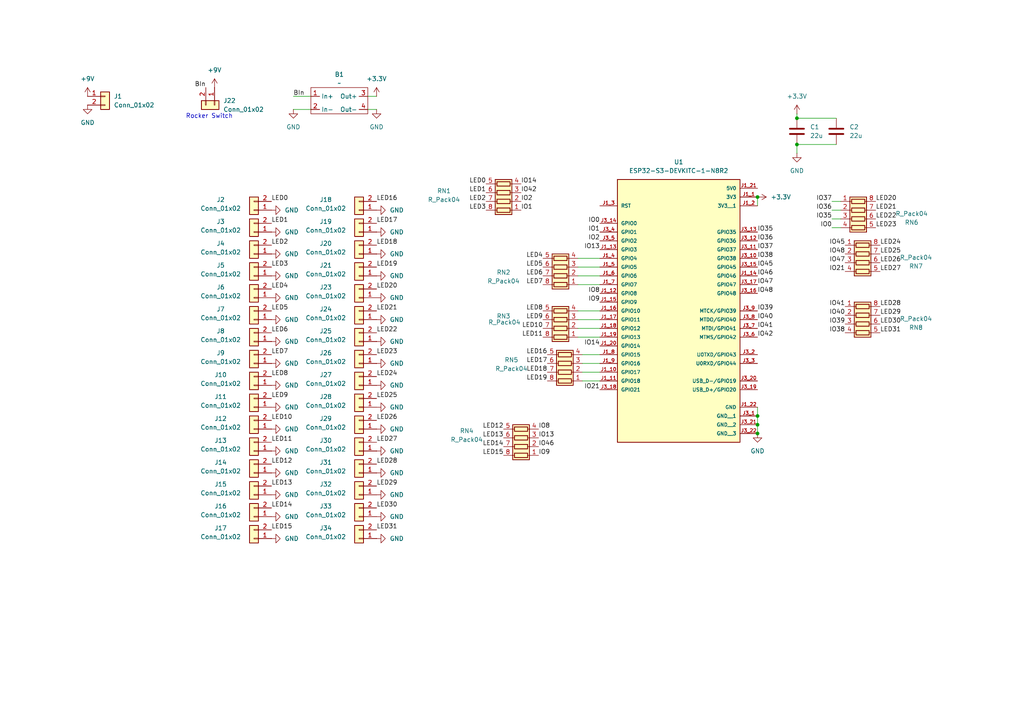
<source format=kicad_sch>
(kicad_sch (version 20250114) (generator "eeschema") (generator_version "9.0")
  (paper "A4")
  (title_block (title "IPRL Sign LED Controller") (date "2025-04-21") (rev "v1") (company "Imperial Planetary Robotics lab"))
  (lib_symbols
    (symbol "Connector_Generic:Conn_01x02" (pin_names (offset 1.016) (hide yes))
      (property "Reference" "J" (at 0 2.54 0))
      (property "Value" "Conn_01x02" (at 0 -5.08 0))
      (symbol "Conn_01x02_1_1"
        (rectangle (start -1.27 1.27) (end 1.27 -3.81) (stroke (width 0.254)) (fill (type background)))
        (rectangle (start -1.27 0.127) (end 0 -0.127) (stroke (width 0.1524)))
        (rectangle (start -1.27 -2.413) (end 0 -2.667) (stroke (width 0.1524)))
        (pin passive line (at -5.08 0 0) (length 3.81) (name "Pin_1") (number "1"))
        (pin passive line (at -5.08 -2.54 0) (length 3.81) (name "Pin_2") (number "2"))
      )
    )
    (symbol "Device:C" (pin_numbers (hide yes)) (pin_names (offset 0.254))
      (property "Reference" "C" (at 0.635 2.54 0))
      (property "Value" "C" (at 0.635 -2.54 0))
      (symbol "C_0_1"
        (polyline (pts (xy -2.032 0.762) (xy 2.032 0.762)) (stroke (width 0.508)))
        (polyline (pts (xy -2.032 -0.762) (xy 2.032 -0.762)) (stroke (width 0.508)))
      )
      (symbol "C_1_1"
        (pin passive line (at 0 3.81 270) (length 2.794) (name "~") (number "1"))
        (pin passive line (at 0 -3.81 90) (length 2.794) (name "~") (number "2"))
      )
    )
    (symbol "Device:R_Pack04" (pin_names (offset 0) (hide yes))
      (property "Reference" "RN" (at -7.62 0 90))
      (property "Value" "R_Pack04" (at 5.08 0 90))
      (symbol "R_Pack04_0_1"
        (rectangle (start -6.35 -2.413) (end 3.81 2.413) (stroke (width 0.254)) (fill (type background)))
        (rectangle (start -5.715 1.905) (end -4.445 -1.905) (stroke (width 0.254)))
        (polyline (pts (xy -5.08 1.905) (xy -5.08 2.54)))
        (polyline (pts (xy -5.08 -2.54) (xy -5.08 -1.905)))
        (rectangle (start -3.175 1.905) (end -1.905 -1.905) (stroke (width 0.254)))
        (polyline (pts (xy -2.54 1.905) (xy -2.54 2.54)))
        (polyline (pts (xy -2.54 -2.54) (xy -2.54 -1.905)))
        (rectangle (start -0.635 1.905) (end 0.635 -1.905) (stroke (width 0.254)))
        (polyline (pts (xy 0 1.905) (xy 0 2.54)))
        (polyline (pts (xy 0 -2.54) (xy 0 -1.905)))
        (rectangle (start 1.905 1.905) (end 3.175 -1.905) (stroke (width 0.254)))
        (polyline (pts (xy 2.54 1.905) (xy 2.54 2.54)))
        (polyline (pts (xy 2.54 -2.54) (xy 2.54 -1.905)))
      )
      (symbol "R_Pack04_1_1"
        (pin passive line (at -5.08 5.08 270) (length 2.54) (name "R1.2") (number "8"))
        (pin passive line (at -5.08 -5.08 90) (length 2.54) (name "R1.1") (number "1"))
        (pin passive line (at -2.54 5.08 270) (length 2.54) (name "R2.2") (number "7"))
        (pin passive line (at -2.54 -5.08 90) (length 2.54) (name "R2.1") (number "2"))
        (pin passive line (at 0 5.08 270) (length 2.54) (name "R3.2") (number "6"))
        (pin passive line (at 0 -5.08 90) (length 2.54) (name "R3.1") (number "3"))
        (pin passive line (at 2.54 5.08 270) (length 2.54) (name "R4.2") (number "5"))
        (pin passive line (at 2.54 -5.08 90) (length 2.54) (name "R4.1") (number "4"))
      )
    )
    (symbol "ESP32-S3-DEVKITC-1-N8R2:ESP32-S3-DEVKITC-1-N8R2" (pin_names (offset 1.016))
      (property "Reference" "U" (at -17.78 35.56 0))
      (property "Value" "ESP32-S3-DEVKITC-1-N8R2" (at -17.78 -45.72 0))
      (symbol "ESP32-S3-DEVKITC-1-N8R2_0_0"
        (rectangle (start -17.78 -43.18) (end 17.78 33.02) (stroke (width 0.254)) (fill (type background)))
        (pin input line (at -22.86 25.4 0) (length 5.08) (name "RST") (number "J1_3"))
        (pin bidirectional line (at -22.86 20.32 0) (length 5.08) (name "GPIO0") (number "J3_14"))
        (pin bidirectional line (at -22.86 17.78 0) (length 5.08) (name "GPIO1") (number "J3_4"))
        (pin bidirectional line (at -22.86 15.24 0) (length 5.08) (name "GPIO2") (number "J3_5"))
        (pin bidirectional line (at -22.86 12.7 0) (length 5.08) (name "GPIO3") (number "J1_13"))
        (pin bidirectional line (at -22.86 10.16 0) (length 5.08) (name "GPIO4") (number "J1_4"))
        (pin bidirectional line (at -22.86 7.62 0) (length 5.08) (name "GPIO5") (number "J1_5"))
        (pin bidirectional line (at -22.86 5.08 0) (length 5.08) (name "GPIO6") (number "J1_6"))
        (pin bidirectional line (at -22.86 2.54 0) (length 5.08) (name "GPIO7") (number "J1_7"))
        (pin bidirectional line (at -22.86 0 0) (length 5.08) (name "GPIO8") (number "J1_12"))
        (pin bidirectional line (at -22.86 -2.54 0) (length 5.08) (name "GPIO9") (number "J1_15"))
        (pin bidirectional line (at -22.86 -5.08 0) (length 5.08) (name "GPIO10") (number "J1_16"))
        (pin bidirectional line (at -22.86 -7.62 0) (length 5.08) (name "GPIO11") (number "J1_17"))
        (pin bidirectional line (at -22.86 -10.16 0) (length 5.08) (name "GPIO12") (number "J1_18"))
        (pin bidirectional line (at -22.86 -12.7 0) (length 5.08) (name "GPIO13") (number "J1_19"))
        (pin bidirectional line (at -22.86 -15.24 0) (length 5.08) (name "GPIO14") (number "J1_20"))
        (pin bidirectional line (at -22.86 -17.78 0) (length 5.08) (name "GPIO15") (number "J1_8"))
        (pin bidirectional line (at -22.86 -20.32 0) (length 5.08) (name "GPIO16") (number "J1_9"))
        (pin bidirectional line (at -22.86 -22.86 0) (length 5.08) (name "GPIO17") (number "J1_10"))
        (pin bidirectional line (at -22.86 -25.4 0) (length 5.08) (name "GPIO18") (number "J1_11"))
        (pin bidirectional line (at -22.86 -27.94 0) (length 5.08) (name "GPIO21") (number "J3_18"))
        (pin power_in line (at 22.86 30.48 180) (length 5.08) (name "5V0") (number "J1_21"))
        (pin power_in line (at 22.86 27.94 180) (length 5.08) (name "3V3") (number "J1_1"))
        (pin power_in line (at 22.86 25.4 180) (length 5.08) (name "3V3__1") (number "J1_2"))
        (pin bidirectional line (at 22.86 17.78 180) (length 5.08) (name "GPIO35") (number "J3_13"))
        (pin bidirectional line (at 22.86 15.24 180) (length 5.08) (name "GPIO36") (number "J3_12"))
        (pin bidirectional line (at 22.86 12.7 180) (length 5.08) (name "GPIO37") (number "J3_11"))
        (pin bidirectional line (at 22.86 10.16 180) (length 5.08) (name "GPIO38") (number "J3_10"))
        (pin bidirectional line (at 22.86 7.62 180) (length 5.08) (name "GPIO45") (number "J3_15"))
        (pin bidirectional line (at 22.86 5.08 180) (length 5.08) (name "GPIO46") (number "J1_14"))
        (pin bidirectional line (at 22.86 2.54 180) (length 5.08) (name "GPIO47") (number "J3_17"))
        (pin bidirectional line (at 22.86 0 180) (length 5.08) (name "GPIO48") (number "J3_16"))
        (pin bidirectional line (at 22.86 -5.08 180) (length 5.08) (name "MTCK/GPIO39") (number "J3_9"))
        (pin bidirectional line (at 22.86 -7.62 180) (length 5.08) (name "MTDO/GPIO40") (number "J3_8"))
        (pin bidirectional line (at 22.86 -10.16 180) (length 5.08) (name "MTDI/GPIO41") (number "J3_7"))
        (pin bidirectional line (at 22.86 -12.7 180) (length 5.08) (name "MTMS/GPIO42") (number "J3_6"))
        (pin bidirectional line (at 22.86 -17.78 180) (length 5.08) (name "U0TXD/GPIO43") (number "J3_2"))
        (pin bidirectional line (at 22.86 -20.32 180) (length 5.08) (name "U0RXD/GPIO44") (number "J3_3"))
        (pin bidirectional line (at 22.86 -25.4 180) (length 5.08) (name "USB_D-/GPIO19") (number "J3_20"))
        (pin bidirectional line (at 22.86 -27.94 180) (length 5.08) (name "USB_D+/GPIO20") (number "J3_19"))
        (pin power_in line (at 22.86 -33.02 180) (length 5.08) (name "GND") (number "J1_22"))
        (pin power_in line (at 22.86 -35.56 180) (length 5.08) (name "GND__1") (number "J3_1"))
        (pin power_in line (at 22.86 -38.1 180) (length 5.08) (name "GND__2") (number "J3_21"))
        (pin power_in line (at 22.86 -40.64 180) (length 5.08) (name "GND__3") (number "J3_22"))
      )
    )
    (symbol "MiniBuck:Buck"
      (property "Reference" "B" (at 0 0 0))
      (symbol "Buck_0_1"
        (rectangle (start -8.89 7.62) (end 7.62 0))
      )
      (symbol "Buck_1_1"
        (pin input line (at -8.89 5.08 0) (length 2.54) (name "In+") (number "1"))
        (pin input line (at -8.89 1.27 0) (length 2.54) (name "In-") (number "2"))
        (pin output line (at 7.62 5.08 180) (length 2.54) (name "Out+") (number "3"))
        (pin input line (at 7.62 1.27 180) (length 2.54) (name "Out-") (number "4"))
      )
    )
    (symbol "power:+3.3V" (power) (pin_numbers (hide yes)) (pin_names (offset 0) (hide yes))
      (property "Value" "+3.3V" (at 0 3.556 0))
      (symbol "+3.3V_0_1"
        (polyline (pts (xy -0.762 1.27) (xy 0 2.54)))
        (polyline (pts (xy 0 2.54) (xy 0.762 1.27)))
        (polyline (pts (xy 0 0) (xy 0 2.54)))
      )
      (symbol "+3.3V_1_1"
        (pin power_in line (at 0 0 90) (length 0) (name "~") (number "1"))
      )
    )
    (symbol "power:+9V" (power) (pin_numbers (hide yes)) (pin_names (offset 0) (hide yes))
      (property "Value" "+9V" (at 0 3.556 0))
      (symbol "+9V_0_1"
        (polyline (pts (xy -0.762 1.27) (xy 0 2.54)))
        (polyline (pts (xy 0 2.54) (xy 0.762 1.27)))
        (polyline (pts (xy 0 0) (xy 0 2.54)))
      )
      (symbol "+9V_1_1"
        (pin power_in line (at 0 0 90) (length 0) (name "~") (number "1"))
      )
    )
    (symbol "power:GND" (power) (pin_numbers (hide yes)) (pin_names (offset 0) (hide yes))
      (property "Value" "GND" (at 0 -3.81 0))
      (symbol "GND_0_1"
        (polyline (pts (xy 0 0) (xy 0 -1.27) (xy 1.27 -1.27) (xy 0 -2.54) (xy -1.27 -1.27) (xy 0 -1.27)))
      )
      (symbol "GND_1_1"
        (pin power_in line (at 0 0 270) (length 0) (name "~") (number "1"))
      )
    )
  )
  (text "Rocker Switch" (at 60.706 33.782 0) (effects (font (size 1.27 1.27))))
  (junction (at 219.71 125.73))
  (junction (at 231.14 41.91))
  (junction (at 219.71 57.15))
  (junction (at 219.71 120.65))
  (junction (at 219.71 123.19))
  (junction (at 231.14 34.29))
  (wire (pts (xy 106.68 27.94) (xy 109.22 27.94)))
  (wire (pts (xy 168.91 105.41) (xy 173.99 105.41)))
  (wire (pts (xy 219.71 123.19) (xy 219.71 125.73)))
  (wire (pts (xy 167.64 82.55) (xy 173.99 82.55)))
  (wire (pts (xy 219.71 57.15) (xy 219.71 59.69)))
  (wire (pts (xy 167.64 95.25) (xy 173.99 95.25)))
  (wire (pts (xy 219.71 120.65) (xy 219.71 123.19)))
  (wire (pts (xy 241.3 66.04) (xy 243.84 66.04)))
  (wire (pts (xy 219.71 118.11) (xy 219.71 120.65)))
  (wire (pts (xy 231.14 41.91) (xy 231.14 44.45)))
  (wire (pts (xy 85.09 31.75) (xy 90.17 31.75)))
  (wire (pts (xy 167.64 90.17) (xy 173.99 90.17)))
  (wire (pts (xy 241.3 58.42) (xy 243.84 58.42)))
  (wire (pts (xy 106.68 31.75) (xy 109.22 31.75)))
  (wire (pts (xy 241.3 63.5) (xy 243.84 63.5)))
  (wire (pts (xy 167.64 74.93) (xy 173.99 74.93)))
  (wire (pts (xy 85.09 27.94) (xy 90.17 27.94)))
  (wire (pts (xy 168.91 107.95) (xy 173.99 107.95)))
  (wire (pts (xy 231.14 34.29) (xy 242.57 34.29)))
  (wire (pts (xy 168.91 102.87) (xy 173.99 102.87)))
  (wire (pts (xy 167.64 77.47) (xy 173.99 77.47)))
  (wire (pts (xy 168.91 110.49) (xy 173.99 110.49)))
  (wire (pts (xy 167.64 92.71) (xy 173.99 92.71)))
  (wire (pts (xy 167.64 97.79) (xy 173.99 97.79)))
  (wire (pts (xy 231.14 33.02) (xy 231.14 34.29)))
  (wire (pts (xy 231.14 41.91) (xy 242.57 41.91)))
  (wire (pts (xy 241.3 60.96) (xy 243.84 60.96)))
  (wire (pts (xy 167.64 80.01) (xy 173.99 80.01)))
  (label "LED30" (at 255.27 93.98 0))
  (label "LED12" (at 146.05 124.46 180))
  (label "LED10" (at 78.74 121.92 0))
  (label "LED22" (at 109.22 96.52 0))
  (label "LED31" (at 255.27 96.52 0))
  (label "LED11" (at 78.74 128.27 0))
  (label "IO40" (at 219.71 92.71 0))
  (label "IO42" (at 219.71 97.79 0))
  (label "LED3" (at 140.97 60.96 180))
  (label "LED16" (at 158.75 102.87 180))
  (label "IO36" (at 241.3 60.96 180))
  (label "IO9" (at 156.21 132.08 0))
  (label "LED3" (at 78.74 77.47 0))
  (label "LED17" (at 109.22 64.77 0))
  (label "LED8" (at 78.74 109.22 0))
  (label "IO21" (at 173.99 113.03 180))
  (label "LED17" (at 158.75 105.41 180))
  (label "LED21" (at 109.22 90.17 0))
  (label "IO46" (at 156.21 129.54 0))
  (label "IO8" (at 156.21 124.46 0))
  (label "LED7" (at 157.48 82.55 180))
  (label "IO39" (at 219.71 90.17 0))
  (label "IO48" (at 245.11 73.66 180))
  (label "BIn" (at 59.69 25.4 180))
  (label "LED31" (at 109.22 153.67 0))
  (label "LED22" (at 254 63.5 0))
  (label "LED7" (at 78.74 102.87 0))
  (label "LED23" (at 109.22 102.87 0))
  (label "LED19" (at 158.75 110.49 180))
  (label "IO8" (at 173.99 85.09 180))
  (label "IO14" (at 151.13 53.34 0))
  (label "IO13" (at 173.99 72.39 180))
  (label "IO0" (at 241.3 66.04 180))
  (label "IO36" (at 219.71 69.85 0))
  (label "LED18" (at 158.75 107.95 180))
  (label "IO41" (at 219.71 95.25 0))
  (label "LED30" (at 109.22 147.32 0))
  (label "LED1" (at 140.97 55.88 180))
  (label "LED21" (at 254 60.96 0))
  (label "LED15" (at 78.74 153.67 0))
  (label "IO45" (at 245.11 71.12 180))
  (label "IO9" (at 173.99 87.63 180))
  (label "LED12" (at 78.74 134.62 0))
  (label "LED6" (at 78.74 96.52 0))
  (label "LED26" (at 109.22 121.92 0))
  (label "IO13" (at 156.21 127 0))
  (label "IO21" (at 245.11 78.74 180))
  (label "BIn" (at 85.09 27.94 0))
  (label "LED24" (at 255.27 71.12 0))
  (label "LED13" (at 146.05 127 180))
  (label "IO14" (at 173.99 100.33 180))
  (label "LED20" (at 109.22 83.82 0))
  (label "IO1" (at 173.99 67.31 180))
  (label "LED19" (at 109.22 77.47 0))
  (label "LED9" (at 157.48 92.71 180))
  (label "IO41" (at 245.11 88.9 180))
  (label "IO2" (at 151.13 58.42 0))
  (label "LED29" (at 109.22 140.97 0))
  (label "LED15" (at 146.05 132.08 180))
  (label "IO47" (at 219.71 82.55 0))
  (label "IO35" (at 219.71 67.31 0))
  (label "LED4" (at 157.48 74.93 180))
  (label "IO37" (at 241.3 58.42 180))
  (label "LED0" (at 140.97 53.34 180))
  (label "LED0" (at 78.74 58.42 0))
  (label "IO35" (at 241.3 63.5 180))
  (label "IO45" (at 219.71 77.47 0))
  (label "LED13" (at 78.74 140.97 0))
  (label "LED14" (at 146.05 129.54 180))
  (label "LED8" (at 157.48 90.17 180))
  (label "LED5" (at 78.74 90.17 0))
  (label "LED9" (at 78.74 115.57 0))
  (label "LED24" (at 109.22 109.22 0))
  (label "LED1" (at 78.74 64.77 0))
  (label "IO42" (at 151.13 55.88 0))
  (label "LED14" (at 78.74 147.32 0))
  (label "LED28" (at 255.27 88.9 0))
  (label "LED23" (at 254 66.04 0))
  (label "LED27" (at 255.27 78.74 0))
  (label "IO46" (at 219.71 80.01 0))
  (label "LED25" (at 255.27 73.66 0))
  (label "LED29" (at 255.27 91.44 0))
  (label "IO37" (at 219.71 72.39 0))
  (label "LED25" (at 109.22 115.57 0))
  (label "LED20" (at 254 58.42 0))
  (label "LED2" (at 78.74 71.12 0))
  (label "LED28" (at 109.22 134.62 0))
  (label "LED6" (at 157.48 80.01 180))
  (label "IO47" (at 245.11 76.2 180))
  (label "IO1" (at 151.13 60.96 0))
  (label "LED10" (at 157.48 95.25 180))
  (label "LED27" (at 109.22 128.27 0))
  (label "IO40" (at 245.11 91.44 180))
  (label "LED26" (at 255.27 76.2 0))
  (label "IO38" (at 245.11 96.52 180))
  (label "LED18" (at 109.22 71.12 0))
  (label "IO2" (at 173.99 69.85 180))
  (label "LED5" (at 157.48 77.47 180))
  (label "IO0" (at 173.99 64.77 180))
  (label "IO38" (at 219.71 74.93 0))
  (label "LED4" (at 78.74 83.82 0))
  (label "IO39" (at 245.11 93.98 180))
  (label "LED11" (at 157.48 97.79 180))
  (label "LED16" (at 109.22 58.42 0))
  (label "LED2" (at 140.97 58.42 180))
  (label "IO48" (at 219.71 85.09 0))
  (symbol (lib_id "MiniBuck:Buck") (at 99.06 33.02 0) (unit 1)
    (property "Reference" "B1" (at 98.425 21.59 0))
    (property "Value" "~" (at 98.425 24.13 0))
    (property "Footprint" "Cacophony:MiniBuck" (effects (hide yes)))
  )
  (symbol (lib_id "power:GND") (at 78.74 73.66 90) (unit 1)
    (property "Reference" "#PWR06" (effects (hide yes)))
    (property "Value" "GND" (at 82.55 73.6599 90) (effects (justify right)))
    (property "Description" "Power symbol creates a global label with name \"GND\" , ground" (effects (hide yes)))
  )
  (symbol (lib_id "Connector_Generic:Conn_01x02") (at 73.66 130.81 180) (unit 1)
    (property "Reference" "J13" (at 64.008 127.762 0))
    (property "Value" "Conn_01x02" (at 64.008 130.302 0))
    (property "Footprint" "TerminalBlock:TerminalBlock_MaiXu_MX126-5.0-02P_1x02_P5.00mm" (effects (hide yes)))
    (property "Description" "Generic connector, single row, 01x02, script generated (kicad-library-utils/schlib/autogen/connector/)" (effects (hide yes)))
  )
  (symbol (lib_id "ESP32-S3-DEVKITC-1-N8R2:ESP32-S3-DEVKITC-1-N8R2") (at 196.85 85.09 0) (unit 1)
    (property "Reference" "U1" (at 196.85 46.99 0))
    (property "Value" "ESP32-S3-DEVKITC-1-N8R2" (at 196.85 49.53 0))
    (property "Footprint" "CapyController-Footprints:XCVR_ESP32-S3-DEVKITC-1-N8R2" (effects (hide yes)))
    (property "PARTREV" "V1" (effects (hide yes)))
    (property "STANDARD" "Manufacturer Recommendations" (effects (hide yes)))
    (property "MANUFACTURER" "Espressif" (effects (hide yes)))
  )
  (symbol (lib_id "Connector_Generic:Conn_01x02") (at 73.66 149.86 180) (unit 1)
    (property "Reference" "J16" (at 64.008 146.812 0))
    (property "Value" "Conn_01x02" (at 64.008 149.352 0))
    (property "Footprint" "TerminalBlock:TerminalBlock_MaiXu_MX126-5.0-02P_1x02_P5.00mm" (effects (hide yes)))
    (property "Description" "Generic connector, single row, 01x02, script generated (kicad-library-utils/schlib/autogen/connector/)" (effects (hide yes)))
  )
  (symbol (lib_id "power:GND") (at 78.74 130.81 90) (unit 1)
    (property "Reference" "#PWR015" (effects (hide yes)))
    (property "Value" "GND" (at 82.55 130.8099 90) (effects (justify right)))
    (property "Description" "Power symbol creates a global label with name \"GND\" , ground" (effects (hide yes)))
  )
  (symbol (lib_id "power:GND") (at 109.22 130.81 90) (unit 1)
    (property "Reference" "#PWR036" (effects (hide yes)))
    (property "Value" "GND" (at 113.03 130.8099 90) (effects (justify right)))
    (property "Description" "Power symbol creates a global label with name \"GND\" , ground" (effects (hide yes)))
  )
  (symbol (lib_id "Device:R_Pack04") (at 248.92 63.5 270) (unit 1)
    (property "Reference" "RN6" (at 264.414 64.516 90))
    (property "Value" "R_Pack04" (at 264.414 61.976 90))
    (property "Footprint" "Resistor_SMD:R_Array_Convex_4x0603" (effects (hide yes)))
    (property "Description" "4 resistor network, parallel topology" (effects (hide yes)))
  )
  (symbol (lib_id "Connector_Generic:Conn_01x02") (at 104.14 143.51 180) (unit 1)
    (property "Reference" "J32" (at 94.488 140.462 0))
    (property "Value" "Conn_01x02" (at 94.488 143.002 0))
    (property "Footprint" "TerminalBlock:TerminalBlock_MaiXu_MX126-5.0-02P_1x02_P5.00mm" (effects (hide yes)))
    (property "Description" "Generic connector, single row, 01x02, script generated (kicad-library-utils/schlib/autogen/connector/)" (effects (hide yes)))
  )
  (symbol (lib_id "power:GND") (at 78.74 92.71 90) (unit 1)
    (property "Reference" "#PWR09" (effects (hide yes)))
    (property "Value" "GND" (at 82.55 92.7099 90) (effects (justify right)))
    (property "Description" "Power symbol creates a global label with name \"GND\" , ground" (effects (hide yes)))
  )
  (symbol (lib_id "power:GND") (at 85.09 31.75 0) (unit 1)
    (property "Reference" "#PWR026" (effects (hide yes)))
    (property "Value" "GND" (at 85.09 36.83 0))
    (property "Description" "Power symbol creates a global label with name \"GND\" , ground" (effects (hide yes)))
  )
  (symbol (lib_id "power:GND") (at 219.71 125.73 0) (mirror y) (unit 1)
    (property "Reference" "#PWR024" (effects (hide yes)))
    (property "Value" "GND" (at 219.71 130.81 0))
    (property "Description" "Power symbol creates a global label with name \"GND\" , ground" (effects (hide yes)))
  )
  (symbol (lib_id "power:GND") (at 78.74 118.11 90) (unit 1)
    (property "Reference" "#PWR013" (effects (hide yes)))
    (property "Value" "GND" (at 82.55 118.1099 90) (effects (justify right)))
    (property "Description" "Power symbol creates a global label with name \"GND\" , ground" (effects (hide yes)))
  )
  (symbol (lib_id "power:GND") (at 78.74 86.36 90) (unit 1)
    (property "Reference" "#PWR08" (effects (hide yes)))
    (property "Value" "GND" (at 82.55 86.3599 90) (effects (justify right)))
    (property "Description" "Power symbol creates a global label with name \"GND\" , ground" (effects (hide yes)))
  )
  (symbol (lib_id "power:GND") (at 78.74 60.96 90) (unit 1)
    (property "Reference" "#PWR04" (effects (hide yes)))
    (property "Value" "GND" (at 82.55 60.9599 90) (effects (justify right)))
    (property "Description" "Power symbol creates a global label with name \"GND\" , ground" (effects (hide yes)))
  )
  (symbol (lib_id "Device:R_Pack04") (at 146.05 55.88 90) (unit 1)
    (property "Reference" "RN1" (at 128.778 55.372 90))
    (property "Value" "R_Pack04" (at 128.778 57.912 90))
    (property "Footprint" "Resistor_SMD:R_Array_Convex_4x0603" (effects (hide yes)))
    (property "Description" "4 resistor network, parallel topology" (effects (hide yes)))
  )
  (symbol (lib_id "power:GND") (at 109.22 86.36 90) (unit 1)
    (property "Reference" "#PWR025" (effects (hide yes)))
    (property "Value" "GND" (at 113.03 86.3599 90) (effects (justify right)))
    (property "Description" "Power symbol creates a global label with name \"GND\" , ground" (effects (hide yes)))
  )
  (symbol (lib_id "power:GND") (at 109.22 105.41 90) (unit 1)
    (property "Reference" "#PWR032" (effects (hide yes)))
    (property "Value" "GND" (at 113.03 105.4099 90) (effects (justify right)))
    (property "Description" "Power symbol creates a global label with name \"GND\" , ground" (effects (hide yes)))
  )
  (symbol (lib_id "power:+9V") (at 25.4 27.94 0) (unit 1)
    (property "Reference" "#PWR01" (effects (hide yes)))
    (property "Value" "+9V" (at 25.4 22.86 0))
    (property "Description" "Power symbol creates a global label with name \"+9V\"" (effects (hide yes)))
  )
  (symbol (lib_id "power:GND") (at 109.22 156.21 90) (unit 1)
    (property "Reference" "#PWR040" (effects (hide yes)))
    (property "Value" "GND" (at 113.03 156.2099 90) (effects (justify right)))
    (property "Description" "Power symbol creates a global label with name \"GND\" , ground" (effects (hide yes)))
  )
  (symbol (lib_id "power:GND") (at 231.14 44.45 0) (mirror y) (unit 1)
    (property "Reference" "#PWR042" (effects (hide yes)))
    (property "Value" "GND" (at 231.14 49.53 0))
    (property "Description" "Power symbol creates a global label with name \"GND\" , ground" (effects (hide yes)))
  )
  (symbol (lib_id "Connector_Generic:Conn_01x02") (at 73.66 143.51 180) (unit 1)
    (property "Reference" "J15" (at 64.008 140.462 0))
    (property "Value" "Conn_01x02" (at 64.008 143.002 0))
    (property "Footprint" "TerminalBlock:TerminalBlock_MaiXu_MX126-5.0-02P_1x02_P5.00mm" (effects (hide yes)))
    (property "Description" "Generic connector, single row, 01x02, script generated (kicad-library-utils/schlib/autogen/connector/)" (effects (hide yes)))
  )
  (symbol (lib_id "Connector_Generic:Conn_01x02") (at 73.66 92.71 180) (unit 1)
    (property "Reference" "J7" (at 64.008 89.662 0))
    (property "Value" "Conn_01x02" (at 64.008 92.202 0))
    (property "Footprint" "TerminalBlock:TerminalBlock_MaiXu_MX126-5.0-02P_1x02_P5.00mm" (effects (hide yes)))
    (property "Description" "Generic connector, single row, 01x02, script generated (kicad-library-utils/schlib/autogen/connector/)" (effects (hide yes)))
  )
  (symbol (lib_id "Connector_Generic:Conn_01x02") (at 73.66 111.76 180) (unit 1)
    (property "Reference" "J10" (at 64.008 108.712 0))
    (property "Value" "Conn_01x02" (at 64.008 111.252 0))
    (property "Footprint" "TerminalBlock:TerminalBlock_MaiXu_MX126-5.0-02P_1x02_P5.00mm" (effects (hide yes)))
    (property "Description" "Generic connector, single row, 01x02, script generated (kicad-library-utils/schlib/autogen/connector/)" (effects (hide yes)))
  )
  (symbol (lib_id "Connector_Generic:Conn_01x02") (at 104.14 156.21 180) (unit 1)
    (property "Reference" "J34" (at 94.488 153.162 0))
    (property "Value" "Conn_01x02" (at 94.488 155.702 0))
    (property "Footprint" "TerminalBlock:TerminalBlock_MaiXu_MX126-5.0-02P_1x02_P5.00mm" (effects (hide yes)))
    (property "Description" "Generic connector, single row, 01x02, script generated (kicad-library-utils/schlib/autogen/connector/)" (effects (hide yes)))
  )
  (symbol (lib_id "power:GND") (at 109.22 118.11 90) (unit 1)
    (property "Reference" "#PWR034" (effects (hide yes)))
    (property "Value" "GND" (at 113.03 118.1099 90) (effects (justify right)))
    (property "Description" "Power symbol creates a global label with name \"GND\" , ground" (effects (hide yes)))
  )
  (symbol (lib_id "power:GND") (at 109.22 92.71 90) (unit 1)
    (property "Reference" "#PWR030" (effects (hide yes)))
    (property "Value" "GND" (at 113.03 92.7099 90) (effects (justify right)))
    (property "Description" "Power symbol creates a global label with name \"GND\" , ground" (effects (hide yes)))
  )
  (symbol (lib_id "Connector_Generic:Conn_01x02") (at 73.66 118.11 180) (unit 1)
    (property "Reference" "J11" (at 64.008 115.062 0))
    (property "Value" "Conn_01x02" (at 64.008 117.602 0))
    (property "Footprint" "TerminalBlock:TerminalBlock_MaiXu_MX126-5.0-02P_1x02_P5.00mm" (effects (hide yes)))
    (property "Description" "Generic connector, single row, 01x02, script generated (kicad-library-utils/schlib/autogen/connector/)" (effects (hide yes)))
  )
  (symbol (lib_id "power:GND") (at 78.74 80.01 90) (unit 1)
    (property "Reference" "#PWR07" (effects (hide yes)))
    (property "Value" "GND" (at 82.55 80.0099 90) (effects (justify right)))
    (property "Description" "Power symbol creates a global label with name \"GND\" , ground" (effects (hide yes)))
  )
  (symbol (lib_id "Device:R_Pack04") (at 250.19 76.2 270) (unit 1)
    (property "Reference" "RN7" (at 265.684 77.216 90))
    (property "Value" "R_Pack04" (at 265.684 74.676 90))
    (property "Footprint" "Resistor_SMD:R_Array_Convex_4x0603" (effects (hide yes)))
    (property "Description" "4 resistor network, parallel topology" (effects (hide yes)))
  )
  (symbol (lib_id "power:GND") (at 109.22 149.86 90) (unit 1)
    (property "Reference" "#PWR039" (effects (hide yes)))
    (property "Value" "GND" (at 113.03 149.8599 90) (effects (justify right)))
    (property "Description" "Power symbol creates a global label with name \"GND\" , ground" (effects (hide yes)))
  )
  (symbol (lib_id "power:GND") (at 109.22 99.06 90) (unit 1)
    (property "Reference" "#PWR031" (effects (hide yes)))
    (property "Value" "GND" (at 113.03 99.0599 90) (effects (justify right)))
    (property "Description" "Power symbol creates a global label with name \"GND\" , ground" (effects (hide yes)))
  )
  (symbol (lib_id "Connector_Generic:Conn_01x02") (at 104.14 92.71 180) (unit 1)
    (property "Reference" "J24" (at 94.488 89.662 0))
    (property "Value" "Conn_01x02" (at 94.488 92.202 0))
    (property "Footprint" "TerminalBlock:TerminalBlock_MaiXu_MX126-5.0-02P_1x02_P5.00mm" (effects (hide yes)))
    (property "Description" "Generic connector, single row, 01x02, script generated (kicad-library-utils/schlib/autogen/connector/)" (effects (hide yes)))
  )
  (symbol (lib_id "Connector_Generic:Conn_01x02") (at 104.14 137.16 180) (unit 1)
    (property "Reference" "J31" (at 94.488 134.112 0))
    (property "Value" "Conn_01x02" (at 94.488 136.652 0))
    (property "Footprint" "TerminalBlock:TerminalBlock_MaiXu_MX126-5.0-02P_1x02_P5.00mm" (effects (hide yes)))
    (property "Description" "Generic connector, single row, 01x02, script generated (kicad-library-utils/schlib/autogen/connector/)" (effects (hide yes)))
  )
  (symbol (lib_id "Connector_Generic:Conn_01x02") (at 104.14 86.36 180) (unit 1)
    (property "Reference" "J23" (at 94.488 83.312 0))
    (property "Value" "Conn_01x02" (at 94.488 85.852 0))
    (property "Footprint" "TerminalBlock:TerminalBlock_MaiXu_MX126-5.0-02P_1x02_P5.00mm" (effects (hide yes)))
    (property "Description" "Generic connector, single row, 01x02, script generated (kicad-library-utils/schlib/autogen/connector/)" (effects (hide yes)))
  )
  (symbol (lib_id "Connector_Generic:Conn_01x02") (at 73.66 67.31 180) (unit 1)
    (property "Reference" "J3" (at 64.008 64.262 0))
    (property "Value" "Conn_01x02" (at 64.008 66.802 0))
    (property "Footprint" "TerminalBlock:TerminalBlock_MaiXu_MX126-5.0-02P_1x02_P5.00mm" (effects (hide yes)))
    (property "Description" "Generic connector, single row, 01x02, script generated (kicad-library-utils/schlib/autogen/connector/)" (effects (hide yes)))
  )
  (symbol (lib_id "Device:R_Pack04") (at 151.13 127 90) (unit 1)
    (property "Reference" "RN4" (at 135.382 124.968 90))
    (property "Value" "R_Pack04" (at 135.382 127.508 90))
    (property "Footprint" "Resistor_SMD:R_Array_Convex_4x0603" (effects (hide yes)))
    (property "Description" "4 resistor network, parallel topology" (effects (hide yes)))
  )
  (symbol (lib_id "power:GND") (at 109.22 31.75 0) (unit 1)
    (property "Reference" "#PWR027" (effects (hide yes)))
    (property "Value" "GND" (at 109.22 36.83 0))
    (property "Description" "Power symbol creates a global label with name \"GND\" , ground" (effects (hide yes)))
  )
  (symbol (lib_id "Connector_Generic:Conn_01x02") (at 73.66 73.66 180) (unit 1)
    (property "Reference" "J4" (at 64.008 70.612 0))
    (property "Value" "Conn_01x02" (at 64.008 73.152 0))
    (property "Footprint" "TerminalBlock:TerminalBlock_MaiXu_MX126-5.0-02P_1x02_P5.00mm" (effects (hide yes)))
    (property "Description" "Generic connector, single row, 01x02, script generated (kicad-library-utils/schlib/autogen/connector/)" (effects (hide yes)))
  )
  (symbol (lib_id "power:+3.3V") (at 231.14 33.02 0) (unit 1)
    (property "Reference" "#PWR041" (effects (hide yes)))
    (property "Value" "+3.3V" (at 231.14 27.94 0))
    (property "Description" "Power symbol creates a global label with name \"+3.3V\"" (effects (hide yes)))
  )
  (symbol (lib_id "Connector_Generic:Conn_01x02") (at 104.14 149.86 180) (unit 1)
    (property "Reference" "J33" (at 94.488 146.812 0))
    (property "Value" "Conn_01x02" (at 94.488 149.352 0))
    (property "Footprint" "TerminalBlock:TerminalBlock_MaiXu_MX126-5.0-02P_1x02_P5.00mm" (effects (hide yes)))
    (property "Description" "Generic connector, single row, 01x02, script generated (kicad-library-utils/schlib/autogen/connector/)" (effects (hide yes)))
  )
  (symbol (lib_id "Connector_Generic:Conn_01x02") (at 104.14 99.06 180) (unit 1)
    (property "Reference" "J25" (at 94.488 96.012 0))
    (property "Value" "Conn_01x02" (at 94.488 98.552 0))
    (property "Footprint" "TerminalBlock:TerminalBlock_MaiXu_MX126-5.0-02P_1x02_P5.00mm" (effects (hide yes)))
    (property "Description" "Generic connector, single row, 01x02, script generated (kicad-library-utils/schlib/autogen/connector/)" (effects (hide yes)))
  )
  (symbol (lib_id "power:GND") (at 109.22 143.51 90) (unit 1)
    (property "Reference" "#PWR038" (effects (hide yes)))
    (property "Value" "GND" (at 113.03 143.5099 90) (effects (justify right)))
    (property "Description" "Power symbol creates a global label with name \"GND\" , ground" (effects (hide yes)))
  )
  (symbol (lib_id "Device:R_Pack04") (at 162.56 77.47 90) (unit 1)
    (property "Reference" "RN2" (at 146.05 78.994 90))
    (property "Value" "R_Pack04" (at 146.05 81.534 90))
    (property "Footprint" "Resistor_SMD:R_Array_Convex_4x0603" (effects (hide yes)))
    (property "Description" "4 resistor network, parallel topology" (effects (hide yes)))
  )
  (symbol (lib_id "Connector_Generic:Conn_01x02") (at 73.66 60.96 180) (unit 1)
    (property "Reference" "J2" (at 64.008 57.912 0))
    (property "Value" "Conn_01x02" (at 64.008 60.452 0))
    (property "Footprint" "TerminalBlock:TerminalBlock_MaiXu_MX126-5.0-02P_1x02_P5.00mm" (effects (hide yes)))
    (property "Description" "Generic connector, single row, 01x02, script generated (kicad-library-utils/schlib/autogen/connector/)" (effects (hide yes)))
  )
  (symbol (lib_id "power:GND") (at 109.22 111.76 90) (unit 1)
    (property "Reference" "#PWR033" (effects (hide yes)))
    (property "Value" "GND" (at 113.03 111.7599 90) (effects (justify right)))
    (property "Description" "Power symbol creates a global label with name \"GND\" , ground" (effects (hide yes)))
  )
  (symbol (lib_id "Connector_Generic:Conn_01x02") (at 73.66 137.16 180) (unit 1)
    (property "Reference" "J14" (at 64.008 134.112 0))
    (property "Value" "Conn_01x02" (at 64.008 136.652 0))
    (property "Footprint" "TerminalBlock:TerminalBlock_MaiXu_MX126-5.0-02P_1x02_P5.00mm" (effects (hide yes)))
    (property "Description" "Generic connector, single row, 01x02, script generated (kicad-library-utils/schlib/autogen/connector/)" (effects (hide yes)))
  )
  (symbol (lib_id "power:GND") (at 78.74 67.31 90) (unit 1)
    (property "Reference" "#PWR05" (effects (hide yes)))
    (property "Value" "GND" (at 82.55 67.3099 90) (effects (justify right)))
    (property "Description" "Power symbol creates a global label with name \"GND\" , ground" (effects (hide yes)))
  )
  (symbol (lib_id "power:GND") (at 78.74 137.16 90) (unit 1)
    (property "Reference" "#PWR016" (effects (hide yes)))
    (property "Value" "GND" (at 82.55 137.1599 90) (effects (justify right)))
    (property "Description" "Power symbol creates a global label with name \"GND\" , ground" (effects (hide yes)))
  )
  (symbol (lib_id "Connector_Generic:Conn_01x02") (at 104.14 130.81 180) (unit 1)
    (property "Reference" "J30" (at 94.488 127.762 0))
    (property "Value" "Conn_01x02" (at 94.488 130.302 0))
    (property "Footprint" "TerminalBlock:TerminalBlock_MaiXu_MX126-5.0-02P_1x02_P5.00mm" (effects (hide yes)))
    (property "Description" "Generic connector, single row, 01x02, script generated (kicad-library-utils/schlib/autogen/connector/)" (effects (hide yes)))
  )
  (symbol (lib_id "Connector_Generic:Conn_01x02") (at 73.66 80.01 180) (unit 1)
    (property "Reference" "J5" (at 64.008 76.962 0))
    (property "Value" "Conn_01x02" (at 64.008 79.502 0))
    (property "Footprint" "TerminalBlock:TerminalBlock_MaiXu_MX126-5.0-02P_1x02_P5.00mm" (effects (hide yes)))
    (property "Description" "Generic connector, single row, 01x02, script generated (kicad-library-utils/schlib/autogen/connector/)" (effects (hide yes)))
  )
  (symbol (lib_id "power:GND") (at 78.74 99.06 90) (unit 1)
    (property "Reference" "#PWR010" (effects (hide yes)))
    (property "Value" "GND" (at 82.55 99.0599 90) (effects (justify right)))
    (property "Description" "Power symbol creates a global label with name \"GND\" , ground" (effects (hide yes)))
  )
  (symbol (lib_id "Connector_Generic:Conn_01x02") (at 62.23 30.48 270) (unit 1)
    (property "Reference" "J22" (at 64.77 29.2099 90) (effects (justify left)))
    (property "Value" "Conn_01x02" (at 64.77 31.7499 90) (effects (justify left)))
    (property "Footprint" "Connector_JST:JST_XH_B2B-XH-AM_1x02_P2.50mm_Vertical" (effects (hide yes)))
    (property "Description" "Generic connector, single row, 01x02, script generated (kicad-library-utils/schlib/autogen/connector/)" (effects (hide yes)))
  )
  (symbol (lib_id "power:+3.3V") (at 219.71 57.15 270) (unit 1)
    (property "Reference" "#PWR03" (effects (hide yes)))
    (property "Value" "+3.3V" (at 223.52 57.1499 90) (effects (justify left)))
    (property "Description" "Power symbol creates a global label with name \"+3.3V\"" (effects (hide yes)))
  )
  (symbol (lib_id "power:GND") (at 109.22 60.96 90) (unit 1)
    (property "Reference" "#PWR020" (effects (hide yes)))
    (property "Value" "GND" (at 113.03 60.9599 90) (effects (justify right)))
    (property "Description" "Power symbol creates a global label with name \"GND\" , ground" (effects (hide yes)))
  )
  (symbol (lib_id "power:GND") (at 109.22 80.01 90) (unit 1)
    (property "Reference" "#PWR023" (effects (hide yes)))
    (property "Value" "GND" (at 113.03 80.0099 90) (effects (justify right)))
    (property "Description" "Power symbol creates a global label with name \"GND\" , ground" (effects (hide yes)))
  )
  (symbol (lib_id "power:GND") (at 78.74 111.76 90) (unit 1)
    (property "Reference" "#PWR012" (effects (hide yes)))
    (property "Value" "GND" (at 82.55 111.7599 90) (effects (justify right)))
    (property "Description" "Power symbol creates a global label with name \"GND\" , ground" (effects (hide yes)))
  )
  (symbol (lib_id "Connector_Generic:Conn_01x02") (at 104.14 105.41 180) (unit 1)
    (property "Reference" "J26" (at 94.488 102.362 0))
    (property "Value" "Conn_01x02" (at 94.488 104.902 0))
    (property "Footprint" "TerminalBlock:TerminalBlock_MaiXu_MX126-5.0-02P_1x02_P5.00mm" (effects (hide yes)))
    (property "Description" "Generic connector, single row, 01x02, script generated (kicad-library-utils/schlib/autogen/connector/)" (effects (hide yes)))
  )
  (symbol (lib_id "Device:R_Pack04") (at 163.83 105.41 90) (unit 1)
    (property "Reference" "RN5" (at 148.336 104.394 90))
    (property "Value" "R_Pack04" (at 148.336 106.934 90))
    (property "Footprint" "Resistor_SMD:R_Array_Convex_4x0603" (effects (hide yes)))
    (property "Description" "4 resistor network, parallel topology" (effects (hide yes)))
  )
  (symbol (lib_id "Connector_Generic:Conn_01x02") (at 73.66 156.21 180) (unit 1)
    (property "Reference" "J17" (at 64.008 153.162 0))
    (property "Value" "Conn_01x02" (at 64.008 155.702 0))
    (property "Footprint" "TerminalBlock:TerminalBlock_MaiXu_MX126-5.0-02P_1x02_P5.00mm" (effects (hide yes)))
    (property "Description" "Generic connector, single row, 01x02, script generated (kicad-library-utils/schlib/autogen/connector/)" (effects (hide yes)))
  )
  (symbol (lib_id "Connector_Generic:Conn_01x02") (at 104.14 124.46 180) (unit 1)
    (property "Reference" "J29" (at 94.488 121.412 0))
    (property "Value" "Conn_01x02" (at 94.488 123.952 0))
    (property "Footprint" "TerminalBlock:TerminalBlock_MaiXu_MX126-5.0-02P_1x02_P5.00mm" (effects (hide yes)))
    (property "Description" "Generic connector, single row, 01x02, script generated (kicad-library-utils/schlib/autogen/connector/)" (effects (hide yes)))
  )
  (symbol (lib_id "Connector_Generic:Conn_01x02") (at 104.14 111.76 180) (unit 1)
    (property "Reference" "J27" (at 94.488 108.712 0))
    (property "Value" "Conn_01x02" (at 94.488 111.252 0))
    (property "Footprint" "TerminalBlock:TerminalBlock_MaiXu_MX126-5.0-02P_1x02_P5.00mm" (effects (hide yes)))
    (property "Description" "Generic connector, single row, 01x02, script generated (kicad-library-utils/schlib/autogen/connector/)" (effects (hide yes)))
  )
  (symbol (lib_id "Connector_Generic:Conn_01x02") (at 73.66 86.36 180) (unit 1)
    (property "Reference" "J6" (at 64.008 83.312 0))
    (property "Value" "Conn_01x02" (at 64.008 85.852 0))
    (property "Footprint" "TerminalBlock:TerminalBlock_MaiXu_MX126-5.0-02P_1x02_P5.00mm" (effects (hide yes)))
    (property "Description" "Generic connector, single row, 01x02, script generated (kicad-library-utils/schlib/autogen/connector/)" (effects (hide yes)))
  )
  (symbol (lib_id "power:GND") (at 78.74 124.46 90) (unit 1)
    (property "Reference" "#PWR014" (effects (hide yes)))
    (property "Value" "GND" (at 82.55 124.4599 90) (effects (justify right)))
    (property "Description" "Power symbol creates a global label with name \"GND\" , ground" (effects (hide yes)))
  )
  (symbol (lib_id "power:GND") (at 109.22 124.46 90) (unit 1)
    (property "Reference" "#PWR035" (effects (hide yes)))
    (property "Value" "GND" (at 113.03 124.4599 90) (effects (justify right)))
    (property "Description" "Power symbol creates a global label with name \"GND\" , ground" (effects (hide yes)))
  )
  (symbol (lib_id "power:GND") (at 25.4 30.48 0) (unit 1)
    (property "Reference" "#PWR02" (effects (hide yes)))
    (property "Value" "GND" (at 25.4 35.56 0))
    (property "Description" "Power symbol creates a global label with name \"GND\" , ground" (effects (hide yes)))
  )
  (symbol (lib_id "power:GND") (at 109.22 67.31 90) (unit 1)
    (property "Reference" "#PWR021" (effects (hide yes)))
    (property "Value" "GND" (at 113.03 67.3099 90) (effects (justify right)))
    (property "Description" "Power symbol creates a global label with name \"GND\" , ground" (effects (hide yes)))
  )
  (symbol (lib_id "Connector_Generic:Conn_01x02") (at 73.66 105.41 180) (unit 1)
    (property "Reference" "J9" (at 64.008 102.362 0))
    (property "Value" "Conn_01x02" (at 64.008 104.902 0))
    (property "Footprint" "TerminalBlock:TerminalBlock_MaiXu_MX126-5.0-02P_1x02_P5.00mm" (effects (hide yes)))
    (property "Description" "Generic connector, single row, 01x02, script generated (kicad-library-utils/schlib/autogen/connector/)" (effects (hide yes)))
  )
  (symbol (lib_id "Device:R_Pack04") (at 250.19 93.98 270) (unit 1)
    (property "Reference" "RN8" (at 265.684 94.996 90))
    (property "Value" "R_Pack04" (at 265.684 92.456 90))
    (property "Footprint" "Resistor_SMD:R_Array_Convex_4x0603" (effects (hide yes)))
    (property "Description" "4 resistor network, parallel topology" (effects (hide yes)))
  )
  (symbol (lib_id "power:GND") (at 78.74 143.51 90) (unit 1)
    (property "Reference" "#PWR017" (effects (hide yes)))
    (property "Value" "GND" (at 82.55 143.5099 90) (effects (justify right)))
    (property "Description" "Power symbol creates a global label with name \"GND\" , ground" (effects (hide yes)))
  )
  (symbol (lib_id "Connector_Generic:Conn_01x02") (at 104.14 67.31 180) (unit 1)
    (property "Reference" "J19" (at 94.488 64.262 0))
    (property "Value" "Conn_01x02" (at 94.488 66.802 0))
    (property "Footprint" "TerminalBlock:TerminalBlock_MaiXu_MX126-5.0-02P_1x02_P5.00mm" (effects (hide yes)))
    (property "Description" "Generic connector, single row, 01x02, script generated (kicad-library-utils/schlib/autogen/connector/)" (effects (hide yes)))
  )
  (symbol (lib_id "Device:C") (at 242.57 38.1 0) (unit 1)
    (property "Reference" "C2" (at 246.38 36.8299 0) (effects (justify left)))
    (property "Value" "22u" (at 246.38 39.3699 0) (effects (justify left)))
    (property "Footprint" "Capacitor_SMD:C_1206_3216Metric" (effects (hide yes)))
    (property "Description" "Unpolarized capacitor" (effects (hide yes)))
  )
  (symbol (lib_id "power:GND") (at 109.22 73.66 90) (unit 1)
    (property "Reference" "#PWR022" (effects (hide yes)))
    (property "Value" "GND" (at 113.03 73.6599 90) (effects (justify right)))
    (property "Description" "Power symbol creates a global label with name \"GND\" , ground" (effects (hide yes)))
  )
  (symbol (lib_id "power:GND") (at 78.74 156.21 90) (unit 1)
    (property "Reference" "#PWR019" (effects (hide yes)))
    (property "Value" "GND" (at 82.55 156.2099 90) (effects (justify right)))
    (property "Description" "Power symbol creates a global label with name \"GND\" , ground" (effects (hide yes)))
  )
  (symbol (lib_id "Connector_Generic:Conn_01x02") (at 73.66 99.06 180) (unit 1)
    (property "Reference" "J8" (at 64.008 96.012 0))
    (property "Value" "Conn_01x02" (at 64.008 98.552 0))
    (property "Footprint" "TerminalBlock:TerminalBlock_MaiXu_MX126-5.0-02P_1x02_P5.00mm" (effects (hide yes)))
    (property "Description" "Generic connector, single row, 01x02, script generated (kicad-library-utils/schlib/autogen/connector/)" (effects (hide yes)))
  )
  (symbol (lib_id "Connector_Generic:Conn_01x02") (at 104.14 118.11 180) (unit 1)
    (property "Reference" "J28" (at 94.488 115.062 0))
    (property "Value" "Conn_01x02" (at 94.488 117.602 0))
    (property "Footprint" "TerminalBlock:TerminalBlock_MaiXu_MX126-5.0-02P_1x02_P5.00mm" (effects (hide yes)))
    (property "Description" "Generic connector, single row, 01x02, script generated (kicad-library-utils/schlib/autogen/connector/)" (effects (hide yes)))
  )
  (symbol (lib_id "power:GND") (at 78.74 149.86 90) (unit 1)
    (property "Reference" "#PWR018" (effects (hide yes)))
    (property "Value" "GND" (at 82.55 149.8599 90) (effects (justify right)))
    (property "Description" "Power symbol creates a global label with name \"GND\" , ground" (effects (hide yes)))
  )
  (symbol (lib_id "Device:R_Pack04") (at 162.56 92.71 90) (unit 1)
    (property "Reference" "RN3" (at 146.05 91.694 90))
    (property "Value" "R_Pack04" (at 146.304 93.472 90))
    (property "Footprint" "Resistor_SMD:R_Array_Convex_4x0603" (effects (hide yes)))
    (property "Description" "4 resistor network, parallel topology" (effects (hide yes)))
  )
  (symbol (lib_id "Connector_Generic:Conn_01x02") (at 30.48 27.94 0) (unit 1)
    (property "Reference" "J1" (at 33.02 27.9399 0) (effects (justify left)))
    (property "Value" "Conn_01x02" (at 33.02 30.4799 0) (effects (justify left)))
    (property "Footprint" "Connector_JST:JST_XH_B2B-XH-AM_1x02_P2.50mm_Vertical" (effects (hide yes)))
    (property "Description" "Generic connector, single row, 01x02, script generated (kicad-library-utils/schlib/autogen/connector/)" (effects (hide yes)))
  )
  (symbol (lib_id "Connector_Generic:Conn_01x02") (at 104.14 60.96 180) (unit 1)
    (property "Reference" "J18" (at 94.488 57.912 0))
    (property "Value" "Conn_01x02" (at 94.488 60.452 0))
    (property "Footprint" "TerminalBlock:TerminalBlock_MaiXu_MX126-5.0-02P_1x02_P5.00mm" (effects (hide yes)))
    (property "Description" "Generic connector, single row, 01x02, script generated (kicad-library-utils/schlib/autogen/connector/)" (effects (hide yes)))
  )
  (symbol (lib_id "power:+3.3V") (at 109.22 27.94 0) (unit 1)
    (property "Reference" "#PWR028" (effects (hide yes)))
    (property "Value" "+3.3V" (at 109.22 22.86 0))
    (property "Description" "Power symbol creates a global label with name \"+3.3V\"" (effects (hide yes)))
  )
  (symbol (lib_id "Connector_Generic:Conn_01x02") (at 104.14 73.66 180) (unit 1)
    (property "Reference" "J20" (at 94.488 70.612 0))
    (property "Value" "Conn_01x02" (at 94.488 73.152 0))
    (property "Footprint" "TerminalBlock:TerminalBlock_MaiXu_MX126-5.0-02P_1x02_P5.00mm" (effects (hide yes)))
    (property "Description" "Generic connector, single row, 01x02, script generated (kicad-library-utils/schlib/autogen/connector/)" (effects (hide yes)))
  )
  (symbol (lib_id "Device:C") (at 231.14 38.1 0) (unit 1)
    (property "Reference" "C1" (at 234.95 36.8299 0) (effects (justify left)))
    (property "Value" "22u" (at 234.95 39.3699 0) (effects (justify left)))
    (property "Footprint" "Diode_SMD:D_1206_3216Metric" (effects (hide yes)))
    (property "Description" "Unpolarized capacitor" (effects (hide yes)))
  )
  (symbol (lib_id "Connector_Generic:Conn_01x02") (at 73.66 124.46 180) (unit 1)
    (property "Reference" "J12" (at 64.008 121.412 0))
    (property "Value" "Conn_01x02" (at 64.008 123.952 0))
    (property "Footprint" "TerminalBlock:TerminalBlock_MaiXu_MX126-5.0-02P_1x02_P5.00mm" (effects (hide yes)))
    (property "Description" "Generic connector, single row, 01x02, script generated (kicad-library-utils/schlib/autogen/connector/)" (effects (hide yes)))
  )
  (symbol (lib_id "power:GND") (at 78.74 105.41 90) (unit 1)
    (property "Reference" "#PWR011" (effects (hide yes)))
    (property "Value" "GND" (at 82.55 105.4099 90) (effects (justify right)))
    (property "Description" "Power symbol creates a global label with name \"GND\" , ground" (effects (hide yes)))
  )
  (symbol (lib_id "power:+9V") (at 62.23 25.4 0) (unit 1)
    (property "Reference" "#PWR029" (effects (hide yes)))
    (property "Value" "+9V" (at 62.23 20.32 0))
    (property "Description" "Power symbol creates a global label with name \"+9V\"" (effects (hide yes)))
  )
  (symbol (lib_id "Connector_Generic:Conn_01x02") (at 104.14 80.01 180) (unit 1)
    (property "Reference" "J21" (at 94.488 76.962 0))
    (property "Value" "Conn_01x02" (at 94.488 79.502 0))
    (property "Footprint" "TerminalBlock:TerminalBlock_MaiXu_MX126-5.0-02P_1x02_P5.00mm" (effects (hide yes)))
    (property "Description" "Generic connector, single row, 01x02, script generated (kicad-library-utils/schlib/autogen/connector/)" (effects (hide yes)))
  )
  (symbol (lib_id "power:GND") (at 109.22 137.16 90) (unit 1)
    (property "Reference" "#PWR037" (effects (hide yes)))
    (property "Value" "GND" (at 113.03 137.1599 90) (effects (justify right)))
    (property "Description" "Power symbol creates a global label with name \"GND\" , ground" (effects (hide yes)))
  )
)
</source>
